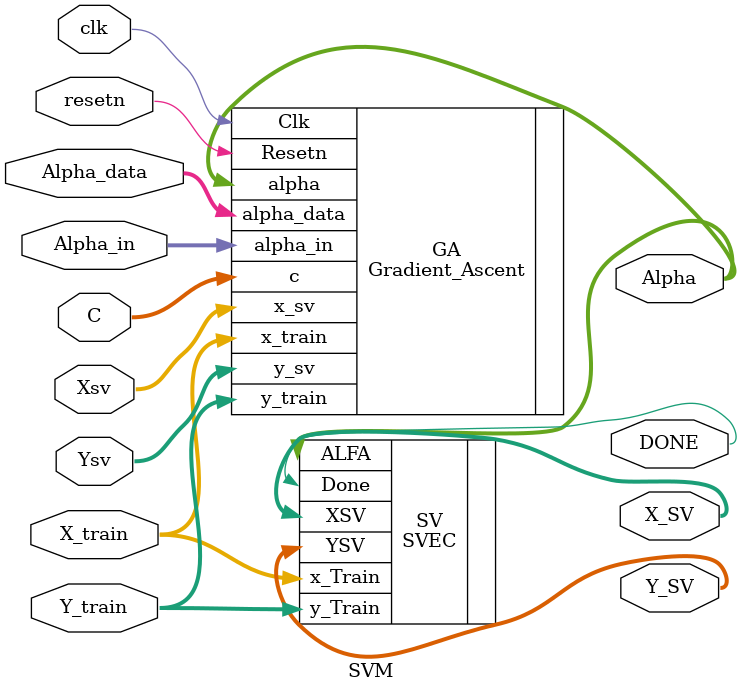
<source format=sv>
module SVM(input clk,resetn,
input [8:0]X_train,Xsv,
input [8:0]C,Alpha_in,Alpha_data,
input signed [1:0]Y_train,Ysv,
output [8:0]Alpha,
output [8:0]X_SV,
output DONE,
output signed [1:0]Y_SV
    );
Gradient_Ascent GA(.Clk(clk),.Resetn(resetn),.x_train(X_train),.x_sv(Xsv),.y_train(Y_train),.y_sv(Ysv),.c(C),.alpha(Alpha),.alpha_in(Alpha_in),.alpha_data(Alpha_data));
SVEC SV(.ALFA(Alpha),.x_Train(X_train),.y_Train(Y_train),.XSV(X_SV),.YSV(Y_SV),.Done(DONE));
endmodule

</source>
